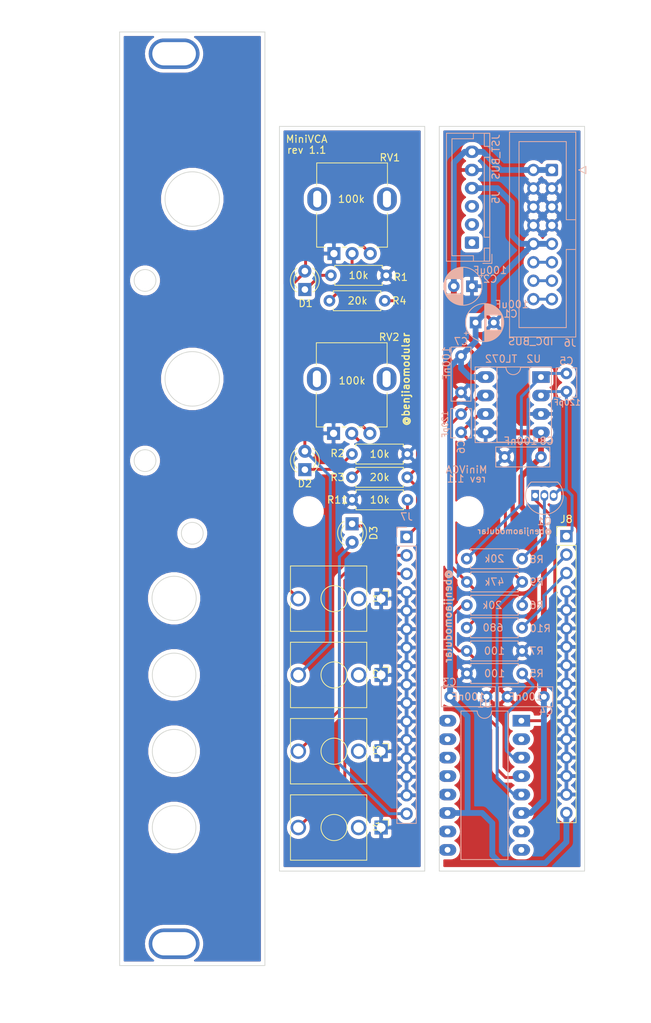
<source format=kicad_pcb>
(kicad_pcb (version 20171130) (host pcbnew 5.1.9+dfsg1-1~bpo10+1)
  (layers (0 F.Cu signal) (31 B.Cu signal) (34 B.Paste user) (35 F.Paste user) (36 B.SilkS user) (37 F.SilkS user) (38 B.Mask user) (39 F.Mask user) (44 Edge.Cuts user))
  (net 0 "")
  (net 1 -12V)
  (net 2 "Net-(C5-Pad1)")
  (net 3 "Net-(C6-Pad2)")
  (net 4 "Net-(D1-Pad1)")
  (net 5 "Net-(D1-Pad2)")
  (net 6 "Net-(D2-Pad2)")
  (net 7 "Net-(D2-Pad1)")
  (net 8 "Net-(J6-Pad11)")
  (net 9 "Net-(J6-Pad13)")
  (net 10 "Net-(J6-Pad15)")
  (net 11 "Net-(Q1-Pad2)")
  (net 12 "Net-(Q1-Pad1)")
  (net 13 "Net-(R3-Pad2)")
  (net 14 "Net-(R4-Pad2)")
  (net 15 "Net-(R5-Pad2)")
  (net 16 GND2)
  (net 17 B2_1)
  (net 18 B2_3)
  (net 19 "Net-(D3-Pad1)")
  (net 20 B1_12V)
  (net 21 GND1)
  (net 22 B1_1)
  (net 23 B1_2)
  (net 24 B1_3)
  (net 25 B2_2)
  (net 26 B2_12V)
  (net 27 "Net-(C6-Pad1)")
  (net 28 "Net-(R6-Pad1)")
  (module benjiaomodular:Panel_4HP (layer F.Cu) (at 50 40)
    (fp_text reference REF** hide)
    (fp_text value Panel_4HP)
    (pad "" thru_hole oval (at 7.5 125.5) (size 7 4.2) (drill oval 6 3.2) (layers *.Cu *.Mask))
    (pad "" thru_hole oval (at 7.5 3) (size 7 4.2) (drill oval 6 3.2) (layers *.Cu *.Mask))
  )
  (module Resistor_THT:R_Axial_DIN0207_L6.3mm_D2.5mm_P7.62mm_Horizontal (layer B.Cu) (at 105.4 122 180)
    (fp_text reference R10 (at -2.5 -0.1) (layer B.SilkS) (effects (justify mirror)))
    (fp_text value 680 (at 4 0) (layer B.SilkS) (effects (justify mirror)))
    (pad 2 thru_hole oval (at 7.62 0 180) (size 1.6 1.6) (drill 0.8) (layers *.Cu *.Mask) (net 27 "Net-(C6-Pad1)"))
    (pad 1 thru_hole circle (at 0 0 180) (size 1.6 1.6) (drill 0.8) (layers *.Cu *.Mask) (net 18 B2_3))
  )
  (module Resistor_THT:R_Axial_DIN0207_L6.3mm_D2.5mm_P7.62mm_Horizontal (layer B.Cu) (at 97.8 128.3)
    (fp_text reference R5 (at 9.6 0) (layer B.SilkS) (effects (justify mirror)))
    (fp_text value 100 (at 3.81 0) (layer B.SilkS) (effects (justify mirror)))
    (pad 2 thru_hole oval (at 7.62 0) (size 1.6 1.6) (drill 0.8) (layers *.Cu *.Mask) (net 15 "Net-(R5-Pad2)"))
    (pad 1 thru_hole circle (at 0 0) (size 1.6 1.6) (drill 0.8) (layers *.Cu *.Mask) (net 16 GND2))
  )
  (module Capacitor_THT:C_Disc_D3.8mm_W2.6mm_P2.50mm (layer B.Cu) (at 97 92.6 270)
    (fp_text reference C6 (at 4.5 0 90) (layer B.SilkS) (effects (justify mirror)))
    (fp_text value 120pF (at 1.4 2.2 90) (layer B.SilkS) (effects (font (size 0.8 0.8) (thickness 0.13)) (justify mirror)))
    (pad 1 thru_hole circle (at 0 0 270) (size 1.6 1.6) (drill 0.8) (layers *.Cu *.Mask) (net 27 "Net-(C6-Pad1)"))
    (pad 2 thru_hole circle (at 2.5 0 270) (size 1.6 1.6) (drill 0.8) (layers *.Cu *.Mask) (net 3 "Net-(C6-Pad2)"))
  )
  (module Package_DIP:DIP-8_W7.62mm_Socket_LongPads (layer B.Cu) (at 108 87.5 180)
    (fp_text reference U2 (at 1 2.5 180) (layer B.SilkS) (effects (justify mirror)))
    (fp_text value TL072 (at 5.5 2.5) (layer B.SilkS) (effects (justify mirror)))
    (pad 1 thru_hole rect (at 0 0 180) (size 2.4 1.6) (drill 0.8) (layers *.Cu *.Mask) (net 2 "Net-(C5-Pad1)"))
    (pad 5 thru_hole oval (at 7.62 -7.62 180) (size 2.4 1.6) (drill 0.8) (layers *.Cu *.Mask) (net 16 GND2))
    (pad 2 thru_hole oval (at 0 -2.54 180) (size 2.4 1.6) (drill 0.8) (layers *.Cu *.Mask) (net 17 B2_1))
    (pad 6 thru_hole oval (at 7.62 -5.08 180) (size 2.4 1.6) (drill 0.8) (layers *.Cu *.Mask) (net 3 "Net-(C6-Pad2)"))
    (pad 3 thru_hole oval (at 0 -5.08 180) (size 2.4 1.6) (drill 0.8) (layers *.Cu *.Mask) (net 16 GND2))
    (pad 7 thru_hole oval (at 7.62 -2.54 180) (size 2.4 1.6) (drill 0.8) (layers *.Cu *.Mask) (net 27 "Net-(C6-Pad1)"))
    (pad 4 thru_hole oval (at 0 -7.62 180) (size 2.4 1.6) (drill 0.8) (layers *.Cu *.Mask) (net 1 -12V))
    (pad 8 thru_hole oval (at 7.62 0 180) (size 2.4 1.6) (drill 0.8) (layers *.Cu *.Mask) (net 26 B2_12V))
  )
  (module MountingHole:MountingHole_3.2mm_M3 (layer F.Cu) (at 98 106)
    (fp_text reference REF** hide)
    (fp_text value MountingHole_3.2mm_M3)
    (pad 1 np_thru_hole circle (at 0 0) (size 3.2 3.2) (drill 3.2) (layers *.Cu *.Mask))
  )
  (module MountingHole:MountingHole_3.2mm_M3 (layer F.Cu) (at 76 106)
    (fp_text reference REF** hide)
    (fp_text value MountingHole_3.2mm_M3)
    (pad 1 np_thru_hole circle (at 0 0) (size 3.2 3.2) (drill 3.2) (layers *.Cu *.Mask))
  )
  (module Capacitor_THT:CP_Radial_D5.0mm_P2.50mm (layer B.Cu) (at 99 80)
    (fp_text reference C1 (at 4.8 -1.2) (layer B.SilkS) (effects (justify mirror)))
    (fp_text value 100uF (at 5 -2.5) (layer B.SilkS) (effects (justify mirror)))
    (pad 2 thru_hole circle (at 2.5 0) (size 1.6 1.6) (drill 0.8) (layers *.Cu *.Mask) (net 16 GND2))
    (pad 1 thru_hole rect (at 0 0) (size 1.6 1.6) (drill 0.8) (layers *.Cu *.Mask) (net 26 B2_12V))
  )
  (module Capacitor_THT:CP_Radial_D5.0mm_P2.50mm (layer B.Cu) (at 98.5 75 180)
    (fp_text reference C2 (at -2.5 1) (layer B.SilkS) (effects (justify mirror)))
    (fp_text value 100uF (at -2.5 2.2) (layer B.SilkS) (effects (justify mirror)))
    (pad 1 thru_hole rect (at 0 0 180) (size 1.6 1.6) (drill 0.8) (layers *.Cu *.Mask) (net 16 GND2))
    (pad 2 thru_hole circle (at 2.5 0 180) (size 1.6 1.6) (drill 0.8) (layers *.Cu *.Mask) (net 1 -12V))
  )
  (module Capacitor_THT:C_Rect_L7.2mm_W2.5mm_P5.00mm_FKS2_FKP2_MKS2_MKP2 (layer B.Cu) (at 100.5 131.5 180)
    (fp_text reference C3 (at 5.1 2) (layer B.SilkS) (effects (justify mirror)))
    (fp_text value 100nF (at 2.5 0) (layer B.SilkS) (effects (justify mirror)))
    (pad 1 thru_hole circle (at 0 0 180) (size 1.6 1.6) (drill 0.8) (layers *.Cu *.Mask) (net 16 GND2))
    (pad 2 thru_hole circle (at 5 0 180) (size 1.6 1.6) (drill 0.8) (layers *.Cu *.Mask) (net 26 B2_12V))
  )
  (module Capacitor_THT:C_Rect_L7.2mm_W2.5mm_P5.00mm_FKS2_FKP2_MKS2_MKP2 (layer B.Cu) (at 103.4 131.5)
    (fp_text reference C4 (at 5.3 2) (layer B.SilkS) (effects (justify mirror)))
    (fp_text value 100nF (at 2.5 0) (layer B.SilkS) (effects (justify mirror)))
    (pad 2 thru_hole circle (at 5 0) (size 1.6 1.6) (drill 0.8) (layers *.Cu *.Mask) (net 1 -12V))
    (pad 1 thru_hole circle (at 0 0) (size 1.6 1.6) (drill 0.8) (layers *.Cu *.Mask) (net 16 GND2))
  )
  (module Capacitor_THT:C_Disc_D3.8mm_W2.6mm_P2.50mm (layer B.Cu) (at 111.5 87 270)
    (fp_text reference C5 (at -1.7 0 180) (layer B.SilkS) (effects (justify mirror)))
    (fp_text value 120pF (at 4 -0.1) (layer B.SilkS) (effects (font (size 0.8 0.8)) (justify mirror)))
    (pad 2 thru_hole circle (at 2.5 0 270) (size 1.6 1.6) (drill 0.8) (layers *.Cu *.Mask) (net 17 B2_1))
    (pad 1 thru_hole circle (at 0 0 270) (size 1.6 1.6) (drill 0.8) (layers *.Cu *.Mask) (net 2 "Net-(C5-Pad1)"))
  )
  (module Capacitor_THT:C_Rect_L7.2mm_W2.5mm_P5.00mm_FKS2_FKP2_MKS2_MKP2 (layer B.Cu) (at 97 89.6 90)
    (fp_text reference C7 (at 7 0 180) (layer B.SilkS) (effects (justify mirror)))
    (fp_text value 100nF (at 4 -2 270) (layer B.SilkS) (effects (justify mirror)))
    (pad 2 thru_hole circle (at 5 0 90) (size 1.6 1.6) (drill 0.8) (layers *.Cu *.Mask) (net 26 B2_12V))
    (pad 1 thru_hole circle (at 0 0 90) (size 1.6 1.6) (drill 0.8) (layers *.Cu *.Mask) (net 16 GND2))
  )
  (module Capacitor_THT:C_Rect_L7.2mm_W2.5mm_P5.00mm_FKS2_FKP2_MKS2_MKP2 (layer B.Cu) (at 103 98.5)
    (fp_text reference C8 (at 5.8 -2.2) (layer B.SilkS) (effects (justify mirror)))
    (fp_text value 100nF (at 2.2 -2.2) (layer B.SilkS) (effects (justify mirror)))
    (pad 1 thru_hole circle (at 0 0) (size 1.6 1.6) (drill 0.8) (layers *.Cu *.Mask) (net 16 GND2))
    (pad 2 thru_hole circle (at 5 0) (size 1.6 1.6) (drill 0.8) (layers *.Cu *.Mask) (net 1 -12V))
  )
  (module LED_THT:LED_D3.0mm (layer F.Cu) (at 75.5 75.45 90)
    (fp_text reference D1 (at -1.9 0.1 180) (layer F.SilkS))
    (fp_text value LED)
    (pad 1 thru_hole rect (at 0 0 90) (size 1.8 1.8) (drill 0.9) (layers *.Cu *.Mask) (net 4 "Net-(D1-Pad1)"))
    (pad 2 thru_hole circle (at 2.54 0 90) (size 1.8 1.8) (drill 0.9) (layers *.Cu *.Mask) (net 5 "Net-(D1-Pad2)"))
  )
  (module LED_THT:LED_D3.0mm (layer F.Cu) (at 75.5 100.25 90)
    (fp_text reference D2 (at -1.9 0 180) (layer F.SilkS))
    (fp_text value LED)
    (pad 2 thru_hole circle (at 2.54 0 90) (size 1.8 1.8) (drill 0.9) (layers *.Cu *.Mask) (net 6 "Net-(D2-Pad2)"))
    (pad 1 thru_hole rect (at 0 0 90) (size 1.8 1.8) (drill 0.9) (layers *.Cu *.Mask) (net 7 "Net-(D2-Pad1)"))
  )
  (module benjiaomodular:AudioJack_3.5mm (layer F.Cu) (at 86 118 270)
    (fp_text reference J1 (at 0 0.5 90) (layer F.SilkS))
    (fp_text value CV_2)
    (pad S thru_hole rect (at 0 0 90) (size 1.93 1.83) (drill 1.22) (layers *.Cu *.Mask) (net 21 GND1))
    (pad TN thru_hole circle (at 0 3.1 90) (size 2.13 2.13) (drill 1.42) (layers *.Cu *.Mask))
    (pad T thru_hole circle (at 0 11.4 90) (size 2.13 2.13) (drill 1.43) (layers *.Cu *.Mask) (net 5 "Net-(D1-Pad2)"))
  )
  (module benjiaomodular:AudioJack_3.5mm (layer F.Cu) (at 86 128.5 270)
    (fp_text reference J2 (at 0 0.5 90) (layer F.SilkS))
    (fp_text value CV_1)
    (pad T thru_hole circle (at 0 11.4 90) (size 2.13 2.13) (drill 1.43) (layers *.Cu *.Mask) (net 6 "Net-(D2-Pad2)"))
    (pad TN thru_hole circle (at 0 3.1 90) (size 2.13 2.13) (drill 1.42) (layers *.Cu *.Mask))
    (pad S thru_hole rect (at 0 0 90) (size 1.93 1.83) (drill 1.22) (layers *.Cu *.Mask) (net 21 GND1))
  )
  (module benjiaomodular:AudioJack_3.5mm (layer F.Cu) (at 86 139 270)
    (fp_text reference J3 (at 0 0.5 90) (layer F.SilkS))
    (fp_text value AudioIn)
    (pad S thru_hole rect (at 0 0 90) (size 1.93 1.83) (drill 1.22) (layers *.Cu *.Mask) (net 21 GND1))
    (pad TN thru_hole circle (at 0 3.1 90) (size 2.13 2.13) (drill 1.42) (layers *.Cu *.Mask))
    (pad T thru_hole circle (at 0 11.4 90) (size 2.13 2.13) (drill 1.43) (layers *.Cu *.Mask) (net 23 B1_2))
  )
  (module benjiaomodular:AudioJack_3.5mm (layer F.Cu) (at 86 149.5 270)
    (fp_text reference J4 (at 0 0.5 90) (layer F.SilkS))
    (fp_text value AudioOut)
    (pad T thru_hole circle (at 0 11.4 90) (size 2.13 2.13) (drill 1.43) (layers *.Cu *.Mask) (net 24 B1_3))
    (pad TN thru_hole circle (at 0 3.1 90) (size 2.13 2.13) (drill 1.42) (layers *.Cu *.Mask))
    (pad S thru_hole rect (at 0 0 90) (size 1.93 1.83) (drill 1.22) (layers *.Cu *.Mask) (net 21 GND1))
  )
  (module Connector_JST:JST_XH_B6B-XH-A_1x06_P2.50mm_Vertical (layer B.Cu) (at 98.5 69 90)
    (fp_text reference J5 (at 6.2 3.3 90) (layer B.SilkS) (effects (justify mirror)))
    (fp_text value JST_BUS (at 11.8 3.3 90) (layer B.SilkS) (effects (justify mirror)))
    (pad 1 thru_hole roundrect (at 0 0 90) (size 1.7 1.95) (drill 0.95) (layers *.Cu *.Mask) (roundrect_rratio 0.1470588235294118))
    (pad 2 thru_hole oval (at 2.5 0 90) (size 1.7 1.95) (drill 0.95) (layers *.Cu *.Mask))
    (pad 3 thru_hole oval (at 5 0 90) (size 1.7 1.95) (drill 0.95) (layers *.Cu *.Mask))
    (pad 4 thru_hole oval (at 7.5 0 90) (size 1.7 1.95) (drill 0.95) (layers *.Cu *.Mask) (net 26 B2_12V))
    (pad 5 thru_hole oval (at 10 0 90) (size 1.7 1.95) (drill 0.95) (layers *.Cu *.Mask) (net 16 GND2))
    (pad 6 thru_hole oval (at 12.5 0 90) (size 1.7 1.95) (drill 0.95) (layers *.Cu *.Mask) (net 1 -12V))
  )
  (module Connector_IDC:IDC-Header_2x08_P2.54mm_Vertical (layer B.Cu) (at 109.5 59 180)
    (fp_text reference J6 (at -2.5 -23.8) (layer B.SilkS) (effects (justify mirror)))
    (fp_text value IDC_BUS (at 2.9 -23.6) (layer B.SilkS) (effects (justify mirror)))
    (pad 1 thru_hole roundrect (at 0 0 180) (size 1.7 1.7) (drill 1) (layers *.Cu *.Mask) (roundrect_rratio 0.1470588235294118) (net 1 -12V))
    (pad 3 thru_hole circle (at 0 -2.54 180) (size 1.7 1.7) (drill 1) (layers *.Cu *.Mask) (net 16 GND2))
    (pad 5 thru_hole circle (at 0 -5.08 180) (size 1.7 1.7) (drill 1) (layers *.Cu *.Mask) (net 16 GND2))
    (pad 7 thru_hole circle (at 0 -7.62 180) (size 1.7 1.7) (drill 1) (layers *.Cu *.Mask) (net 16 GND2))
    (pad 9 thru_hole circle (at 0 -10.16 180) (size 1.7 1.7) (drill 1) (layers *.Cu *.Mask) (net 26 B2_12V))
    (pad 11 thru_hole circle (at 0 -12.7 180) (size 1.7 1.7) (drill 1) (layers *.Cu *.Mask) (net 8 "Net-(J6-Pad11)"))
    (pad 13 thru_hole circle (at 0 -15.24 180) (size 1.7 1.7) (drill 1) (layers *.Cu *.Mask) (net 9 "Net-(J6-Pad13)"))
    (pad 15 thru_hole circle (at 0 -17.78 180) (size 1.7 1.7) (drill 1) (layers *.Cu *.Mask) (net 10 "Net-(J6-Pad15)"))
    (pad 2 thru_hole circle (at 2.54 0 180) (size 1.7 1.7) (drill 1) (layers *.Cu *.Mask) (net 1 -12V))
    (pad 4 thru_hole circle (at 2.54 -2.54 180) (size 1.7 1.7) (drill 1) (layers *.Cu *.Mask) (net 16 GND2))
    (pad 6 thru_hole circle (at 2.54 -5.08 180) (size 1.7 1.7) (drill 1) (layers *.Cu *.Mask) (net 16 GND2))
    (pad 8 thru_hole circle (at 2.54 -7.62 180) (size 1.7 1.7) (drill 1) (layers *.Cu *.Mask) (net 16 GND2))
    (pad 10 thru_hole circle (at 2.54 -10.16 180) (size 1.7 1.7) (drill 1) (layers *.Cu *.Mask) (net 26 B2_12V))
    (pad 12 thru_hole circle (at 2.54 -12.7 180) (size 1.7 1.7) (drill 1) (layers *.Cu *.Mask) (net 8 "Net-(J6-Pad11)"))
    (pad 14 thru_hole circle (at 2.54 -15.24 180) (size 1.7 1.7) (drill 1) (layers *.Cu *.Mask) (net 9 "Net-(J6-Pad13)"))
    (pad 16 thru_hole circle (at 2.54 -17.78 180) (size 1.7 1.7) (drill 1) (layers *.Cu *.Mask) (net 10 "Net-(J6-Pad15)"))
  )
  (module Resistor_THT:R_Axial_DIN0207_L6.3mm_D2.5mm_P7.62mm_Horizontal (layer F.Cu) (at 86.7 73.5 180)
    (fp_text reference R1 (at -2 -0.25) (layer F.SilkS))
    (fp_text value 10k (at 3.81 0) (layer F.SilkS))
    (pad 1 thru_hole circle (at 0 0 180) (size 1.6 1.6) (drill 0.8) (layers *.Cu *.Mask) (net 21 GND1))
    (pad 2 thru_hole oval (at 7.62 0 180) (size 1.6 1.6) (drill 0.8) (layers *.Cu *.Mask) (net 4 "Net-(D1-Pad1)"))
  )
  (module Resistor_THT:R_Axial_DIN0207_L6.3mm_D2.5mm_P7.62mm_Horizontal (layer F.Cu) (at 89.6 98.1 180)
    (fp_text reference R2 (at 9.6 0.1) (layer F.SilkS))
    (fp_text value 10k (at 3.81 0) (layer F.SilkS))
    (pad 1 thru_hole circle (at 0 0 180) (size 1.6 1.6) (drill 0.8) (layers *.Cu *.Mask) (net 21 GND1))
    (pad 2 thru_hole oval (at 7.62 0 180) (size 1.6 1.6) (drill 0.8) (layers *.Cu *.Mask) (net 7 "Net-(D2-Pad1)"))
  )
  (module Resistor_THT:R_Axial_DIN0207_L6.3mm_D2.5mm_P7.62mm_Horizontal (layer F.Cu) (at 89.6 101.3 180)
    (fp_text reference R3 (at 9.6 0) (layer F.SilkS))
    (fp_text value 20k (at 3.81 0) (layer F.SilkS))
    (pad 1 thru_hole circle (at 0 0 180) (size 1.6 1.6) (drill 0.8) (layers *.Cu *.Mask) (net 22 B1_1))
    (pad 2 thru_hole oval (at 7.62 0 180) (size 1.6 1.6) (drill 0.8) (layers *.Cu *.Mask) (net 13 "Net-(R3-Pad2)"))
  )
  (module Resistor_THT:R_Axial_DIN0207_L6.3mm_D2.5mm_P7.62mm_Horizontal (layer F.Cu) (at 86.5 77 180)
    (fp_text reference R4 (at -2 0) (layer F.SilkS))
    (fp_text value 20k (at 3.75 0) (layer F.SilkS))
    (pad 1 thru_hole circle (at 0 0 180) (size 1.6 1.6) (drill 0.8) (layers *.Cu *.Mask) (net 22 B1_1))
    (pad 2 thru_hole oval (at 7.62 0 180) (size 1.6 1.6) (drill 0.8) (layers *.Cu *.Mask) (net 14 "Net-(R4-Pad2)"))
  )
  (module Resistor_THT:R_Axial_DIN0207_L6.3mm_D2.5mm_P7.62mm_Horizontal (layer B.Cu) (at 97.8 118.9)
    (fp_text reference R6 (at 9.6 0) (layer B.SilkS) (effects (justify mirror)))
    (fp_text value 20k (at 3.5 0) (layer B.SilkS) (effects (justify mirror)))
    (pad 2 thru_hole oval (at 7.62 0) (size 1.6 1.6) (drill 0.8) (layers *.Cu *.Mask) (net 25 B2_2))
    (pad 1 thru_hole circle (at 0 0) (size 1.6 1.6) (drill 0.8) (layers *.Cu *.Mask) (net 28 "Net-(R6-Pad1)"))
  )
  (module Resistor_THT:R_Axial_DIN0207_L6.3mm_D2.5mm_P7.62mm_Horizontal (layer B.Cu) (at 105.4 125.2 180)
    (fp_text reference R7 (at -2 0) (layer B.SilkS) (effects (justify mirror)))
    (fp_text value 100 (at 3.81 0) (layer B.SilkS) (effects (justify mirror)))
    (pad 2 thru_hole oval (at 7.62 0 180) (size 1.6 1.6) (drill 0.8) (layers *.Cu *.Mask) (net 28 "Net-(R6-Pad1)"))
    (pad 1 thru_hole circle (at 0 0 180) (size 1.6 1.6) (drill 0.8) (layers *.Cu *.Mask) (net 16 GND2))
  )
  (module Resistor_THT:R_Axial_DIN0207_L6.3mm_D2.5mm_P7.62mm_Horizontal (layer B.Cu) (at 105.4 112.5 180)
    (fp_text reference R8 (at -2 -0.1) (layer B.SilkS) (effects (justify mirror)))
    (fp_text value 20k (at 3.81 0) (layer B.SilkS) (effects (justify mirror)))
    (pad 1 thru_hole circle (at 0 0 180) (size 1.6 1.6) (drill 0.8) (layers *.Cu *.Mask) (net 11 "Net-(Q1-Pad2)"))
    (pad 2 thru_hole oval (at 7.62 0 180) (size 1.6 1.6) (drill 0.8) (layers *.Cu *.Mask) (net 2 "Net-(C5-Pad1)"))
  )
  (module Resistor_THT:R_Axial_DIN0207_L6.3mm_D2.5mm_P7.62mm_Horizontal (layer B.Cu) (at 97.8 115.7)
    (fp_text reference R9 (at 9.6 0 180) (layer B.SilkS) (effects (justify mirror)))
    (fp_text value 47k (at 3.8 0) (layer B.SilkS) (effects (justify mirror)))
    (pad 1 thru_hole circle (at 0 0) (size 1.6 1.6) (drill 0.8) (layers *.Cu *.Mask) (net 27 "Net-(C6-Pad1)"))
    (pad 2 thru_hole oval (at 7.62 0) (size 1.6 1.6) (drill 0.8) (layers *.Cu *.Mask) (net 3 "Net-(C6-Pad2)"))
  )
  (module benjiaomodular:Potentiometer_RV09 (layer F.Cu) (at 79.5 70.5 90)
    (fp_text reference RV1)
    (fp_text value 100k (at 7.5 2.4 180) (layer F.SilkS))
    (fp_text user %R (at 13.2 7.7 180) (layer F.SilkS))
    (pad "" thru_hole oval (at 7.5 -2.3 180) (size 2.72 3.24) (drill oval 1.1 2.3) (layers *.Cu *.Mask))
    (pad "" thru_hole oval (at 7.5 7.3 180) (size 2.72 3.24) (drill oval 1.1 2.3) (layers *.Cu *.Mask))
    (pad 2 thru_hole circle (at 0 2.5 180) (size 1.8 1.8) (drill 1) (layers *.Cu *.Mask) (net 14 "Net-(R4-Pad2)"))
    (pad 3 thru_hole circle (at 0 5 180) (size 1.8 1.8) (drill 1) (layers *.Cu *.Mask) (net 5 "Net-(D1-Pad2)"))
    (pad 1 thru_hole rect (at 0 0 180) (size 1.8 1.8) (drill 1) (layers *.Cu *.Mask) (net 21 GND1))
  )
  (module benjiaomodular:Potentiometer_RV09 (layer F.Cu) (at 79.45 95.25 90)
    (fp_text reference RV2 (at 13.25 7.65 180) (layer F.SilkS))
    (fp_text value 100k (at 7.25 2.55 180) (layer F.SilkS))
    (pad 1 thru_hole rect (at 0 0 180) (size 1.8 1.8) (drill 1) (layers *.Cu *.Mask) (net 21 GND1))
    (pad 3 thru_hole circle (at 0 5 180) (size 1.8 1.8) (drill 1) (layers *.Cu *.Mask) (net 6 "Net-(D2-Pad2)"))
    (pad 2 thru_hole circle (at 0 2.5 180) (size 1.8 1.8) (drill 1) (layers *.Cu *.Mask) (net 13 "Net-(R3-Pad2)"))
    (pad "" thru_hole oval (at 7.5 7.3 180) (size 2.72 3.24) (drill oval 1.1 2.3) (layers *.Cu *.Mask))
    (pad "" thru_hole oval (at 7.5 -2.3 180) (size 2.72 3.24) (drill oval 1.1 2.3) (layers *.Cu *.Mask))
  )
  (module LED_THT:LED_D3.0mm (layer F.Cu) (at 82 107.7 270)
    (fp_text reference D3 (at 1.27 -2.96 90) (layer F.SilkS))
    (fp_text value LED)
    (pad 1 thru_hole rect (at 0 0 270) (size 1.8 1.8) (drill 0.9) (layers *.Cu *.Mask) (net 19 "Net-(D3-Pad1)"))
    (pad 2 thru_hole circle (at 2.54 0 270) (size 1.8 1.8) (drill 0.9) (layers *.Cu *.Mask) (net 20 B1_12V))
  )
  (module Resistor_THT:R_Axial_DIN0207_L6.3mm_D2.5mm_P7.62mm_Horizontal (layer F.Cu) (at 82 104.4)
    (fp_text reference R11 (at -2 0) (layer F.SilkS))
    (fp_text value 10k (at 3.81 0) (layer F.SilkS))
    (pad 1 thru_hole circle (at 0 0) (size 1.6 1.6) (drill 0.8) (layers *.Cu *.Mask) (net 21 GND1))
    (pad 2 thru_hole oval (at 7.62 0) (size 1.6 1.6) (drill 0.8) (layers *.Cu *.Mask) (net 19 "Net-(D3-Pad1)"))
  )
  (module Connector_PinSocket_2.54mm:PinSocket_1x16_P2.54mm_Vertical (layer B.Cu) (at 89.5 109.5 180)
    (fp_text reference J7 (at 0 2.77) (layer B.SilkS) (effects (justify mirror)))
    (fp_text value BOARD1_HEADERS)
    (pad 1 thru_hole rect (at 0 0 180) (size 1.7 1.7) (drill 1) (layers *.Cu *.Mask) (net 22 B1_1))
    (pad 2 thru_hole oval (at 0 -2.54 180) (size 1.7 1.7) (drill 1) (layers *.Cu *.Mask) (net 23 B1_2))
    (pad 3 thru_hole oval (at 0 -5.08 180) (size 1.7 1.7) (drill 1) (layers *.Cu *.Mask) (net 24 B1_3))
    (pad 4 thru_hole oval (at 0 -7.62 180) (size 1.7 1.7) (drill 1) (layers *.Cu *.Mask) (net 21 GND1))
    (pad 5 thru_hole oval (at 0 -10.16 180) (size 1.7 1.7) (drill 1) (layers *.Cu *.Mask) (net 21 GND1))
    (pad 6 thru_hole oval (at 0 -12.7 180) (size 1.7 1.7) (drill 1) (layers *.Cu *.Mask) (net 21 GND1))
    (pad 7 thru_hole oval (at 0 -15.24 180) (size 1.7 1.7) (drill 1) (layers *.Cu *.Mask) (net 21 GND1))
    (pad 8 thru_hole oval (at 0 -17.78 180) (size 1.7 1.7) (drill 1) (layers *.Cu *.Mask) (net 21 GND1))
    (pad 9 thru_hole oval (at 0 -20.32 180) (size 1.7 1.7) (drill 1) (layers *.Cu *.Mask) (net 21 GND1))
    (pad 10 thru_hole oval (at 0 -22.86 180) (size 1.7 1.7) (drill 1) (layers *.Cu *.Mask) (net 21 GND1))
    (pad 11 thru_hole oval (at 0 -25.4 180) (size 1.7 1.7) (drill 1) (layers *.Cu *.Mask) (net 21 GND1))
    (pad 12 thru_hole oval (at 0 -27.94 180) (size 1.7 1.7) (drill 1) (layers *.Cu *.Mask) (net 21 GND1))
    (pad 13 thru_hole oval (at 0 -30.48 180) (size 1.7 1.7) (drill 1) (layers *.Cu *.Mask) (net 21 GND1))
    (pad 14 thru_hole oval (at 0 -33.02 180) (size 1.7 1.7) (drill 1) (layers *.Cu *.Mask) (net 21 GND1))
    (pad 15 thru_hole oval (at 0 -35.56 180) (size 1.7 1.7) (drill 1) (layers *.Cu *.Mask) (net 21 GND1))
    (pad 16 thru_hole oval (at 0 -38.1 180) (size 1.7 1.7) (drill 1) (layers *.Cu *.Mask) (net 20 B1_12V))
  )
  (module Connector_PinHeader_2.54mm:PinHeader_1x16_P2.54mm_Vertical (layer F.Cu) (at 111.5 109.4)
    (fp_text reference J8 (at 0 -2.33) (layer F.SilkS))
    (fp_text value BOARD2_HEADERS)
    (pad 1 thru_hole rect (at 0 0) (size 1.7 1.7) (drill 1) (layers *.Cu *.Mask) (net 17 B2_1))
    (pad 2 thru_hole oval (at 0 2.54) (size 1.7 1.7) (drill 1) (layers *.Cu *.Mask) (net 25 B2_2))
    (pad 3 thru_hole oval (at 0 5.08) (size 1.7 1.7) (drill 1) (layers *.Cu *.Mask) (net 18 B2_3))
    (pad 4 thru_hole oval (at 0 7.62) (size 1.7 1.7) (drill 1) (layers *.Cu *.Mask) (net 16 GND2))
    (pad 5 thru_hole oval (at 0 10.16) (size 1.7 1.7) (drill 1) (layers *.Cu *.Mask) (net 16 GND2))
    (pad 6 thru_hole oval (at 0 12.7) (size 1.7 1.7) (drill 1) (layers *.Cu *.Mask) (net 16 GND2))
    (pad 7 thru_hole oval (at 0 15.24) (size 1.7 1.7) (drill 1) (layers *.Cu *.Mask) (net 16 GND2))
    (pad 8 thru_hole oval (at 0 17.78) (size 1.7 1.7) (drill 1) (layers *.Cu *.Mask) (net 16 GND2))
    (pad 9 thru_hole oval (at 0 20.32) (size 1.7 1.7) (drill 1) (layers *.Cu *.Mask) (net 16 GND2))
    (pad 10 thru_hole oval (at 0 22.86) (size 1.7 1.7) (drill 1) (layers *.Cu *.Mask) (net 16 GND2))
    (pad 11 thru_hole oval (at 0 25.4) (size 1.7 1.7) (drill 1) (layers *.Cu *.Mask) (net 16 GND2))
    (pad 12 thru_hole oval (at 0 27.94) (size 1.7 1.7) (drill 1) (layers *.Cu *.Mask) (net 16 GND2))
    (pad 13 thru_hole oval (at 0 30.48) (size 1.7 1.7) (drill 1) (layers *.Cu *.Mask) (net 16 GND2))
    (pad 14 thru_hole oval (at 0 33.02) (size 1.7 1.7) (drill 1) (layers *.Cu *.Mask) (net 16 GND2))
    (pad 15 thru_hole oval (at 0 35.56) (size 1.7 1.7) (drill 1) (layers *.Cu *.Mask) (net 16 GND2))
    (pad 16 thru_hole oval (at 0 38.1) (size 1.7 1.7) (drill 1) (layers *.Cu *.Mask) (net 26 B2_12V))
  )
  (module Package_TO_SOT_THT:TO-92_Inline (layer B.Cu) (at 107.2 103.8)
    (fp_text reference Q1 (at 1.27 3.56) (layer B.SilkS) (effects (justify mirror)))
    (fp_text value BC559)
    (pad 2 thru_hole oval (at 1.27 0) (size 1.05 1.5) (drill 0.75) (layers *.Cu *.Mask) (net 11 "Net-(Q1-Pad2)"))
    (pad 3 thru_hole oval (at 2.54 0) (size 1.05 1.5) (drill 0.75) (layers *.Cu *.Mask) (net 17 B2_1))
    (pad 1 thru_hole rect (at 0 0) (size 1.05 1.5) (drill 0.75) (layers *.Cu *.Mask) (net 12 "Net-(Q1-Pad1)"))
  )
  (module Package_DIP:DIP-16_W10.16mm_LongPads (layer B.Cu) (at 105.3 134.8 180)
    (fp_text reference U1 (at 5.08 2.33) (layer B.SilkS) (effects (justify mirror)))
    (fp_text value LM13700)
    (pad 1 thru_hole rect (at 0 0 180) (size 2.4 1.6) (drill 0.8) (layers *.Cu *.Mask) (net 12 "Net-(Q1-Pad1)"))
    (pad 9 thru_hole oval (at 10.16 -17.78 180) (size 2.4 1.6) (drill 0.8) (layers *.Cu *.Mask))
    (pad 2 thru_hole oval (at 0 -2.54 180) (size 2.4 1.6) (drill 0.8) (layers *.Cu *.Mask))
    (pad 10 thru_hole oval (at 10.16 -15.24 180) (size 2.4 1.6) (drill 0.8) (layers *.Cu *.Mask))
    (pad 3 thru_hole oval (at 0 -5.08 180) (size 2.4 1.6) (drill 0.8) (layers *.Cu *.Mask) (net 15 "Net-(R5-Pad2)"))
    (pad 11 thru_hole oval (at 10.16 -12.7 180) (size 2.4 1.6) (drill 0.8) (layers *.Cu *.Mask) (net 26 B2_12V))
    (pad 4 thru_hole oval (at 0 -7.62 180) (size 2.4 1.6) (drill 0.8) (layers *.Cu *.Mask) (net 28 "Net-(R6-Pad1)"))
    (pad 12 thru_hole oval (at 10.16 -10.16 180) (size 2.4 1.6) (drill 0.8) (layers *.Cu *.Mask))
    (pad 5 thru_hole oval (at 0 -10.16 180) (size 2.4 1.6) (drill 0.8) (layers *.Cu *.Mask) (net 3 "Net-(C6-Pad2)"))
    (pad 13 thru_hole oval (at 10.16 -7.62 180) (size 2.4 1.6) (drill 0.8) (layers *.Cu *.Mask))
    (pad 6 thru_hole oval (at 0 -12.7 180) (size 2.4 1.6) (drill 0.8) (layers *.Cu *.Mask) (net 1 -12V))
    (pad 14 thru_hole oval (at 10.16 -5.08 180) (size 2.4 1.6) (drill 0.8) (layers *.Cu *.Mask))
    (pad 7 thru_hole oval (at 0 -15.24 180) (size 2.4 1.6) (drill 0.8) (layers *.Cu *.Mask))
    (pad 15 thru_hole oval (at 10.16 -2.54 180) (size 2.4 1.6) (drill 0.8) (layers *.Cu *.Mask))
    (pad 8 thru_hole oval (at 0 -17.78 180) (size 2.4 1.6) (drill 0.8) (layers *.Cu *.Mask))
    (pad 16 thru_hole oval (at 10.16 0 180) (size 2.4 1.6) (drill 0.8) (layers *.Cu *.Mask))
  )
  (gr_text @benjiaomodular (at 104.4 108.7) (layer B.SilkS) (effects (font (size 0.8 0.8)) (justify mirror)))
  (gr_text @benjiaomodular (at 95.2 120.4 90) (layer B.SilkS) (effects (font (size 1 1) (thickness 0.2)) (justify mirror)))
  (gr_text @benjiaomodular (at 89.4 87.8 90) (layer F.SilkS) (effects (font (size 1 1) (thickness 0.2))))
  (gr_text MiniVCA (at 97.75 100.25) (layer B.SilkS) (effects (font (size 1 1)) (justify mirror)))
  (gr_text MiniVCA (at 75.75 54.75) (layer F.SilkS) (effects (font (size 1 1))))
  (gr_text "rev 1.1" (at 97.75 101.5) (layer B.SilkS) (effects (font (size 1 1)) (justify mirror)))
  (gr_text "rev 1.1" (at 75.75 56.25) (layer F.SilkS) (effects (font (size 1 1))))
  (gr_circle (center 60 109) (end 61.5 109) (layer Edge.Cuts) (width 0.1))
  (gr_circle (center 57.5 117.958619) (end 60.5 118.458619) (layer Edge.Cuts) (width 0.1))
  (gr_circle (center 57.5 149.5) (end 60.5 149.5) (layer Edge.Cuts) (width 0.1))
  (gr_circle (center 57.5 139) (end 60.5 139) (layer Edge.Cuts) (width 0.1))
  (gr_circle (center 57.5 128.5) (end 60.5 128.5) (layer Edge.Cuts) (width 0.1))
  (gr_circle (center 53.5 74.2) (end 55 74.2) (layer Edge.Cuts) (width 0.1))
  (gr_circle (center 53.5 99) (end 55 99) (layer Edge.Cuts) (width 0.1))
  (gr_line (start 70 168.5) (end 70 155.5) (layer Edge.Cuts) (width 0.1))
  (gr_line (start 92 155.5) (end 92 130) (layer Edge.Cuts) (width 0.1))
  (gr_line (start 94 130) (end 94 155.5) (layer Edge.Cuts) (width 0.1))
  (gr_line (start 92 130) (end 92 76) (layer Edge.Cuts) (width 0.1))
  (gr_line (start 94 76) (end 94 130) (layer Edge.Cuts) (width 0.1))
  (gr_line (start 94 53) (end 94 76) (layer Edge.Cuts) (width 0.1))
  (gr_line (start 92 53) (end 92 76) (layer Edge.Cuts) (width 0.1))
  (gr_line (start 72 130) (end 72 76) (layer Edge.Cuts) (width 0.1))
  (gr_line (start 72 155.5) (end 72 130) (layer Edge.Cuts) (width 0.1))
  (gr_line (start 70 130) (end 70 155.5) (layer Edge.Cuts) (width 0.1))
  (gr_line (start 70 76) (end 70 130) (layer Edge.Cuts) (width 0.1))
  (gr_line (start 114 155.5) (end 114 53) (layer Edge.Cuts) (width 0.1))
  (gr_line (start 94 155.5) (end 114 155.5) (layer Edge.Cuts) (width 0.1))
  (gr_line (start 94 53) (end 114 53) (layer Edge.Cuts) (width 0.1))
  (gr_line (start 72 155.5) (end 92 155.5) (layer Edge.Cuts) (width 0.1))
  (gr_line (start 72 53) (end 72 76) (layer Edge.Cuts) (width 0.1))
  (gr_line (start 72 53) (end 92 53) (layer Edge.Cuts) (width 0.1))
  (gr_line (start 50 168.5) (end 50 40) (layer Edge.Cuts) (width 0.1))
  (gr_line (start 70 168.5) (end 50 168.5) (layer Edge.Cuts) (width 0.1))
  (gr_line (start 70 40) (end 70 76) (layer Edge.Cuts) (width 0.1))
  (gr_line (start 50 40) (end 70 40) (layer Edge.Cuts) (width 0.1))
  (gr_circle (center 60 87.75) (end 63.75 87.75) (layer Edge.Cuts) (width 0.1))
  (gr_circle (center 60 63) (end 63.75 63) (layer Edge.Cuts) (width 0.1))
  (segment (start 98.5 56.5) (end 97.5 56.5) (width 0.8) (layer B.Cu) (net 1))
  (segment (start 96 58) (end 96 75) (width 0.8) (layer B.Cu) (net 1))
  (segment (start 97.5 56.5) (end 96 58) (width 0.8) (layer B.Cu) (net 1))
  (segment (start 109.5 59) (end 106.96 59) (width 0.8) (layer B.Cu) (net 1))
  (segment (start 100 56.5) (end 98.5 56.5) (width 0.8) (layer B.Cu) (net 1))
  (segment (start 106.96 59) (end 102.5 59) (width 0.8) (layer B.Cu) (net 1))
  (segment (start 102.5 59) (end 100 56.5) (width 0.8) (layer B.Cu) (net 1))
  (segment (start 108.4 131.5) (end 108.5 131.4) (width 0.4) (layer F.Cu) (net 1))
  (segment (start 108 95.12) (end 108 98.5) (width 0.8) (layer F.Cu) (net 1))
  (segment (start 96 79.9) (end 96 75) (width 0.8) (layer F.Cu) (net 1))
  (segment (start 102.9 86.8) (end 96 79.9) (width 0.8) (layer F.Cu) (net 1))
  (segment (start 102.9 93.4) (end 102.9 86.8) (width 0.8) (layer F.Cu) (net 1))
  (segment (start 108 95.12) (end 104.62 95.12) (width 0.8) (layer F.Cu) (net 1))
  (segment (start 104.62 95.12) (end 102.9 93.4) (width 0.8) (layer F.Cu) (net 1))
  (segment (start 108.4 108.4) (end 108.4 131.5) (width 0.8) (layer F.Cu) (net 1))
  (segment (start 105.3 105.3) (end 108.4 108.4) (width 0.8) (layer F.Cu) (net 1))
  (segment (start 108 98.5) (end 105.3 101.2) (width 0.8) (layer F.Cu) (net 1))
  (segment (start 105.3 101.2) (end 105.3 105.3) (width 0.8) (layer F.Cu) (net 1))
  (segment (start 108.4 145.7) (end 108.4 131.5) (width 0.8) (layer B.Cu) (net 1))
  (segment (start 105.3 147.5) (end 106.6 147.5) (width 0.8) (layer B.Cu) (net 1))
  (segment (start 106.6 147.5) (end 108.4 145.7) (width 0.8) (layer B.Cu) (net 1))
  (segment (start 108.5 87) (end 108 87.5) (width 0.4) (layer B.Cu) (net 2))
  (segment (start 111.5 87) (end 108.5 87) (width 0.4) (layer B.Cu) (net 2))
  (segment (start 105.3 104.98) (end 97.78 112.5) (width 0.4) (layer B.Cu) (net 2))
  (segment (start 108 87.5) (end 105.3 90.2) (width 0.4) (layer B.Cu) (net 2))
  (segment (start 105.3 90.2) (end 105.3 104.98) (width 0.4) (layer B.Cu) (net 2))
  (segment (start 99.52 92.58) (end 97 95.1) (width 0.4) (layer F.Cu) (net 3))
  (segment (start 100.38 92.58) (end 99.52 92.58) (width 0.4) (layer F.Cu) (net 3))
  (segment (start 103.1 113.38) (end 105.42 115.7) (width 0.4) (layer F.Cu) (net 3))
  (segment (start 97 95.1) (end 103.1 101.2) (width 0.4) (layer F.Cu) (net 3))
  (segment (start 103.1 101.2) (end 103.1 113.38) (width 0.4) (layer F.Cu) (net 3))
  (segment (start 104.48 145.16) (end 106 145.16) (width 0.4) (layer B.Cu) (net 3))
  (segment (start 101.959991 142.639991) (end 104.48 145.16) (width 0.4) (layer B.Cu) (net 3))
  (segment (start 105.42 115.7) (end 101.959991 119.160009) (width 0.4) (layer B.Cu) (net 3))
  (segment (start 101.959991 119.160009) (end 101.959991 142.639991) (width 0.4) (layer B.Cu) (net 3))
  (segment (start 77.6 73.5) (end 75.6 75.5) (width 0.4) (layer F.Cu) (net 4))
  (segment (start 79.08 73.5) (end 77.6 73.5) (width 0.4) (layer F.Cu) (net 4))
  (segment (start 75.6 72.96) (end 75.6 70.4) (width 0.4) (layer F.Cu) (net 5))
  (segment (start 75.6 70.4) (end 77.5 68.5) (width 0.4) (layer F.Cu) (net 5))
  (segment (start 82.5 68.5) (end 84.5 70.5) (width 0.4) (layer F.Cu) (net 5))
  (segment (start 77.5 68.5) (end 82.5 68.5) (width 0.4) (layer F.Cu) (net 5))
  (segment (start 73 116.4) (end 74.6 118) (width 0.4) (layer F.Cu) (net 5))
  (segment (start 75.6 72.96) (end 73 75.56) (width 0.4) (layer F.Cu) (net 5))
  (segment (start 73 75.56) (end 73 116.4) (width 0.4) (layer F.Cu) (net 5))
  (segment (start 82.7 93.5) (end 84.45 95.25) (width 0.4) (layer F.Cu) (net 6))
  (segment (start 77.5 93.5) (end 82.7 93.5) (width 0.4) (layer F.Cu) (net 6))
  (segment (start 75.5 97.66) (end 75.5 95.5) (width 0.4) (layer F.Cu) (net 6))
  (segment (start 75.5 95.5) (end 77.5 93.5) (width 0.4) (layer F.Cu) (net 6))
  (segment (start 74.6 128.5) (end 79 124.1) (width 0.4) (layer B.Cu) (net 6))
  (segment (start 79 101.16) (end 75.5 97.66) (width 0.4) (layer B.Cu) (net 6))
  (segment (start 79 124.1) (end 79 101.16) (width 0.4) (layer B.Cu) (net 6))
  (segment (start 79.88 100.2) (end 81.98 98.1) (width 0.4) (layer F.Cu) (net 7))
  (segment (start 75.5 100.2) (end 79.88 100.2) (width 0.4) (layer F.Cu) (net 7))
  (segment (start 106.96 71.7) (end 109.5 71.7) (width 0.4) (layer B.Cu) (net 8))
  (segment (start 106.96 74.24) (end 109.5 74.24) (width 0.4) (layer B.Cu) (net 9))
  (segment (start 109.5 76.78) (end 106.96 76.78) (width 0.4) (layer B.Cu) (net 10))
  (segment (start 108.47 109.43) (end 105.4 112.5) (width 0.4) (layer B.Cu) (net 11))
  (segment (start 108.47 103.8) (end 108.47 109.43) (width 0.4) (layer B.Cu) (net 11))
  (segment (start 107.2 104.399998) (end 107.2 103.8) (width 0.4) (layer F.Cu) (net 12))
  (segment (start 109.9 133) (end 109.9 107.099998) (width 0.4) (layer F.Cu) (net 12))
  (segment (start 109.9 107.099998) (end 107.2 104.399998) (width 0.4) (layer F.Cu) (net 12))
  (segment (start 105.3 134.8) (end 108.1 134.8) (width 0.4) (layer F.Cu) (net 12))
  (segment (start 108.1 134.8) (end 109.9 133) (width 0.4) (layer F.Cu) (net 12))
  (segment (start 84 99.28) (end 81.98 101.3) (width 0.4) (layer F.Cu) (net 13))
  (segment (start 81.95 95.25) (end 84 97.3) (width 0.4) (layer F.Cu) (net 13))
  (segment (start 84 97.3) (end 84 99.28) (width 0.4) (layer F.Cu) (net 13))
  (segment (start 82 73.88) (end 82 70.5) (width 0.4) (layer F.Cu) (net 14))
  (segment (start 78.88 77) (end 82 73.88) (width 0.4) (layer F.Cu) (net 14))
  (segment (start 105.42 128.42) (end 105.42 128.3) (width 0.4) (layer B.Cu) (net 15))
  (segment (start 106.9 129.9) (end 105.42 128.42) (width 0.4) (layer B.Cu) (net 15))
  (segment (start 104.38 140.08) (end 103.24001 138.94001) (width 0.4) (layer B.Cu) (net 15))
  (segment (start 103.2 133.899999) (end 106.9 130.2) (width 0.4) (layer B.Cu) (net 15))
  (segment (start 103.24001 138.94001) (end 103.24001 138.54001) (width 0.4) (layer B.Cu) (net 15))
  (segment (start 103.24001 138.54001) (end 103.2 138.5) (width 0.4) (layer B.Cu) (net 15))
  (segment (start 106.9 130.2) (end 106.9 129.9) (width 0.4) (layer B.Cu) (net 15))
  (segment (start 106 140.08) (end 104.38 140.08) (width 0.4) (layer B.Cu) (net 15))
  (segment (start 103.2 138.5) (end 103.2 133.899999) (width 0.4) (layer B.Cu) (net 15))
  (segment (start 108.54 89.5) (end 108 90.04) (width 0.4) (layer B.Cu) (net 17))
  (segment (start 111.5 89.5) (end 108.54 89.5) (width 0.4) (layer B.Cu) (net 17))
  (segment (start 111.5 103.02) (end 112.28 103.8) (width 0.4) (layer B.Cu) (net 17))
  (segment (start 111.5 89.5) (end 111.5 103.02) (width 0.4) (layer B.Cu) (net 17))
  (segment (start 112.28 108.62) (end 111.5 109.4) (width 0.4) (layer B.Cu) (net 17))
  (segment (start 112.28 103.8) (end 112.28 108.62) (width 0.4) (layer B.Cu) (net 17))
  (segment (start 110.52 103.02) (end 109.74 103.8) (width 0.4) (layer B.Cu) (net 17))
  (segment (start 111.5 103.02) (end 110.52 103.02) (width 0.4) (layer B.Cu) (net 17))
  (segment (start 108.4 119) (end 105.4 122) (width 0.4) (layer B.Cu) (net 18))
  (segment (start 111.5 114.48) (end 111.5 114.5) (width 0.4) (layer B.Cu) (net 18))
  (segment (start 108.4 117.6) (end 108.4 119) (width 0.4) (layer B.Cu) (net 18))
  (segment (start 111.5 114.5) (end 108.4 117.6) (width 0.4) (layer B.Cu) (net 18))
  (segment (start 89.62 106.38) (end 89.62 104.4) (width 0.4) (layer F.Cu) (net 19))
  (segment (start 82 108) (end 88 108) (width 0.4) (layer F.Cu) (net 19))
  (segment (start 88 108) (end 89.62 106.38) (width 0.4) (layer F.Cu) (net 19))
  (segment (start 80.25 140.75) (end 87.1 147.6) (width 0.4) (layer B.Cu) (net 20))
  (segment (start 80.25 112.25) (end 80.25 140.75) (width 0.4) (layer B.Cu) (net 20))
  (segment (start 87.1 147.6) (end 89.5 147.6) (width 0.4) (layer B.Cu) (net 20))
  (segment (start 82 110.54) (end 81.98 110.52) (width 0.4) (layer B.Cu) (net 20))
  (segment (start 81.98 110.52) (end 80.25 112.25) (width 0.4) (layer B.Cu) (net 20))
  (segment (start 89 77) (end 86.5 77) (width 0.4) (layer F.Cu) (net 22))
  (segment (start 91 79) (end 89 77) (width 0.4) (layer F.Cu) (net 22))
  (segment (start 89.6 101.3) (end 91 99.9) (width 0.4) (layer F.Cu) (net 22))
  (segment (start 91 99.9) (end 91 79) (width 0.4) (layer F.Cu) (net 22))
  (segment (start 91 108) (end 89.5 109.5) (width 0.4) (layer F.Cu) (net 22))
  (segment (start 89.6 101.3) (end 91 102.7) (width 0.4) (layer F.Cu) (net 22))
  (segment (start 91 102.7) (end 91 108) (width 0.4) (layer F.Cu) (net 22))
  (segment (start 80.25 133.35) (end 74.6 139) (width 0.4) (layer F.Cu) (net 23))
  (segment (start 80.25 115.25) (end 80.25 133.35) (width 0.4) (layer F.Cu) (net 23))
  (segment (start 89.5 112.04) (end 83.46 112.04) (width 0.4) (layer F.Cu) (net 23))
  (segment (start 83.46 112.04) (end 80.25 115.25) (width 0.4) (layer F.Cu) (net 23))
  (segment (start 81 143.1) (end 74.6 149.5) (width 0.4) (layer F.Cu) (net 24))
  (segment (start 81 115.5) (end 81 143.1) (width 0.4) (layer F.Cu) (net 24))
  (segment (start 88.34 114.5) (end 82 114.5) (width 0.4) (layer F.Cu) (net 24))
  (segment (start 89.5 114.58) (end 88.42 114.58) (width 0.4) (layer F.Cu) (net 24))
  (segment (start 82 114.5) (end 81 115.5) (width 0.4) (layer F.Cu) (net 24))
  (segment (start 88.42 114.58) (end 88.34 114.5) (width 0.4) (layer F.Cu) (net 24))
  (segment (start 111.5 112) (end 111.5 111.94) (width 0.4) (layer B.Cu) (net 25))
  (segment (start 105.42 118.9) (end 105.42 118.08) (width 0.4) (layer B.Cu) (net 25))
  (segment (start 105.42 118.08) (end 111.5 112) (width 0.4) (layer B.Cu) (net 25))
  (segment (start 109.5 69.16) (end 106.96 69.16) (width 0.8) (layer B.Cu) (net 26))
  (segment (start 102 61.5) (end 98.5 61.5) (width 0.8) (layer B.Cu) (net 26))
  (segment (start 104 63.5) (end 102 61.5) (width 0.8) (layer B.Cu) (net 26))
  (segment (start 106.96 69.16) (end 105.16 69.16) (width 0.8) (layer B.Cu) (net 26))
  (segment (start 104 68) (end 104 63.5) (width 0.8) (layer B.Cu) (net 26))
  (segment (start 105.16 69.16) (end 104 68) (width 0.8) (layer B.Cu) (net 26))
  (segment (start 101.5 77.5) (end 99 80) (width 0.8) (layer B.Cu) (net 26))
  (segment (start 106.96 69.16) (end 101.5 74.62) (width 0.8) (layer B.Cu) (net 26))
  (segment (start 101.5 74.62) (end 101.5 77.5) (width 0.8) (layer B.Cu) (net 26))
  (segment (start 99 80) (end 99 82.6) (width 0.8) (layer B.Cu) (net 26))
  (segment (start 99 82.6) (end 97 84.6) (width 0.8) (layer B.Cu) (net 26))
  (segment (start 97 86.3) (end 97 84.6) (width 0.8) (layer B.Cu) (net 26))
  (segment (start 100.38 87.5) (end 98.2 87.5) (width 0.8) (layer B.Cu) (net 26))
  (segment (start 98.2 87.5) (end 97 86.3) (width 0.8) (layer B.Cu) (net 26))
  (segment (start 111.5 151.5) (end 111.5 147.5) (width 0.8) (layer B.Cu) (net 26))
  (segment (start 99.9 147.5) (end 101.3 148.9) (width 0.8) (layer B.Cu) (net 26))
  (segment (start 95.14 147.5) (end 99.9 147.5) (width 0.8) (layer B.Cu) (net 26))
  (segment (start 101.3 148.9) (end 101.3 153.3) (width 0.8) (layer B.Cu) (net 26))
  (segment (start 102.4 154.4) (end 108.6 154.4) (width 0.8) (layer B.Cu) (net 26))
  (segment (start 101.3 153.3) (end 102.4 154.4) (width 0.8) (layer B.Cu) (net 26))
  (segment (start 108.6 154.4) (end 111.5 151.5) (width 0.8) (layer B.Cu) (net 26))
  (segment (start 97.9 134.2) (end 97.9 147.5) (width 0.8) (layer B.Cu) (net 26))
  (segment (start 95.5 131.8) (end 97.9 134.2) (width 0.8) (layer B.Cu) (net 26))
  (segment (start 97 84.6) (end 95.5 86.1) (width 0.8) (layer B.Cu) (net 26))
  (segment (start 95.5 86.1) (end 95.5 131.8) (width 0.8) (layer B.Cu) (net 26))
  (segment (start 95.5 94.1) (end 97 92.6) (width 0.4) (layer F.Cu) (net 27))
  (segment (start 97.8 115.7) (end 95.5 113.4) (width 0.4) (layer F.Cu) (net 27))
  (segment (start 95.5 113.4) (end 95.5 94.1) (width 0.4) (layer F.Cu) (net 27))
  (segment (start 99.56 90.04) (end 100.38 90.04) (width 0.4) (layer F.Cu) (net 27))
  (segment (start 97 92.6) (end 99.56 90.04) (width 0.4) (layer F.Cu) (net 27))
  (segment (start 97.78 122) (end 100 119.78) (width 0.4) (layer F.Cu) (net 27))
  (segment (start 100 117.9) (end 97.8 115.7) (width 0.4) (layer F.Cu) (net 27))
  (segment (start 100 119.78) (end 100 117.9) (width 0.4) (layer F.Cu) (net 27))
  (segment (start 96 120.1) (end 97.2 118.9) (width 0.4) (layer F.Cu) (net 28))
  (segment (start 96 124.5) (end 96 120.1) (width 0.4) (layer F.Cu) (net 28))
  (segment (start 97.78 125.2) (end 96.7 125.2) (width 0.4) (layer F.Cu) (net 28))
  (segment (start 97.2 118.9) (end 97.8 118.9) (width 0.4) (layer F.Cu) (net 28))
  (segment (start 96.7 125.2) (end 96 124.5) (width 0.4) (layer F.Cu) (net 28))
  (segment (start 99.9 127.32) (end 97.78 125.2) (width 0.4) (layer F.Cu) (net 28))
  (segment (start 99.9 129) (end 99.9 127.32) (width 0.4) (layer F.Cu) (net 28))
  (segment (start 103.12 142.62) (end 102 141.5) (width 0.4) (layer F.Cu) (net 28))
  (segment (start 98.6 130.3) (end 99.9 129) (width 0.4) (layer F.Cu) (net 28))
  (segment (start 102 141.5) (end 102 135.7) (width 0.4) (layer F.Cu) (net 28))
  (segment (start 102 135.7) (end 98.6 132.3) (width 0.4) (layer F.Cu) (net 28))
  (segment (start 106 142.62) (end 103.12 142.62) (width 0.4) (layer F.Cu) (net 28))
  (segment (start 98.6 132.3) (end 98.6 130.3) (width 0.4) (layer F.Cu) (net 28))
  (zone (net 21) (net_name GND1) (layer F.Cu) (connect_pads (clearance 0.508)) (min_thickness 0.254) (fill yes (arc_segments 32) (thermal_gap 0.508) (thermal_bridge_width 0.508))
    (polygon (pts (xy 91.5 155) (xy 72.5 155) (xy 72.508278 53.25) (xy 91.491723 53.25)))
  )
  (zone (net 21) (net_name GND1) (layer B.Cu) (connect_pads (clearance 0.508)) (min_thickness 0.254) (fill yes (arc_segments 32) (thermal_gap 0.508) (thermal_bridge_width 0.508))
    (polygon (pts (xy 91.5 155) (xy 72.5 155) (xy 72.5 53.25) (xy 91.5 53.25)))
  )
  (zone (net 16) (net_name GND2) (layer F.Cu) (connect_pads (clearance 0.508)) (min_thickness 0.254) (fill yes (arc_segments 32) (thermal_gap 0.508) (thermal_bridge_width 0.508))
    (polygon (pts (xy 113.5 155) (xy 94.5 155) (xy 94.5 53.5) (xy 113.5 53.5)))
  )
  (zone (net 16) (net_name GND2) (layer B.Cu) (connect_pads (clearance 0.508)) (min_thickness 0.254) (fill yes (arc_segments 32) (thermal_gap 0.508) (thermal_bridge_width 0.508))
    (polygon (pts (xy 113.5 155) (xy 94.5 155) (xy 94.5 53.5) (xy 113.5 53.5)))
  )
  (zone (net 0) (net_name "") (layer F.Cu) (connect_pads (clearance 0.508)) (min_thickness 0.254) (fill yes (arc_segments 32) (thermal_gap 0.508) (thermal_bridge_width 0.508))
    (polygon (pts (xy 69.5 168) (xy 50.5 168) (xy 50.5 40.5) (xy 69.5 40.5)))
  )
  (zone (net 0) (net_name "") (layer B.Cu) (connect_pads (clearance 0.508)) (min_thickness 0.254) (fill yes (arc_segments 32) (thermal_gap 0.508) (thermal_bridge_width 0.508))
    (polygon (pts (xy 69.5 168) (xy 50.5 168) (xy 50.5 40.5) (xy 69.5 40.5)))
  )
)
</source>
